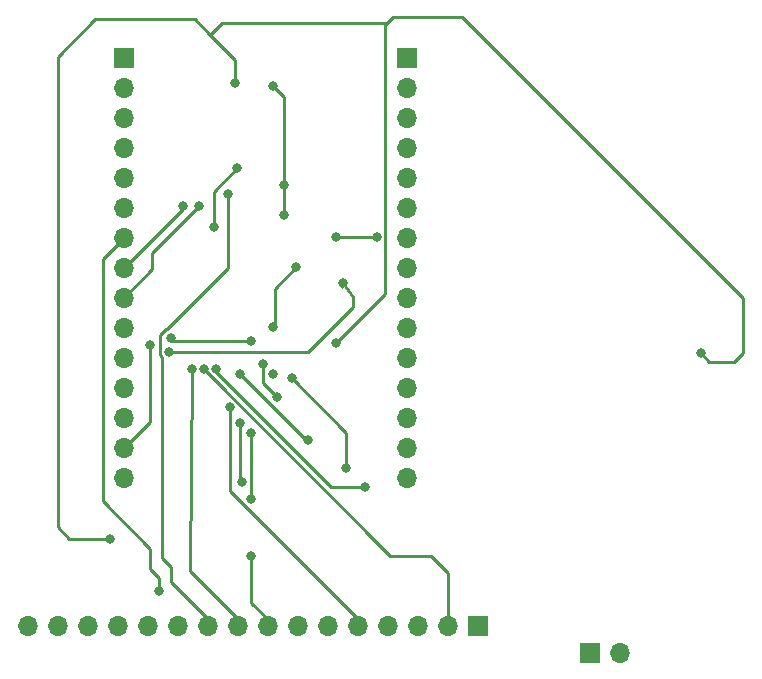
<source format=gbr>
%TF.GenerationSoftware,KiCad,Pcbnew,8.0.0-8.0.0-1~ubuntu22.04.1*%
%TF.CreationDate,2024-03-19T22:30:40+08:00*%
%TF.ProjectId,ble_midi_hardware,626c655f-6d69-4646-995f-686172647761,rev?*%
%TF.SameCoordinates,Original*%
%TF.FileFunction,Copper,L2,Bot*%
%TF.FilePolarity,Positive*%
%FSLAX46Y46*%
G04 Gerber Fmt 4.6, Leading zero omitted, Abs format (unit mm)*
G04 Created by KiCad (PCBNEW 8.0.0-8.0.0-1~ubuntu22.04.1) date 2024-03-19 22:30:40*
%MOMM*%
%LPD*%
G01*
G04 APERTURE LIST*
%TA.AperFunction,ComponentPad*%
%ADD10R,1.700000X1.700000*%
%TD*%
%TA.AperFunction,ComponentPad*%
%ADD11O,1.700000X1.700000*%
%TD*%
%TA.AperFunction,ViaPad*%
%ADD12C,0.800000*%
%TD*%
%TA.AperFunction,Conductor*%
%ADD13C,0.250000*%
%TD*%
G04 APERTURE END LIST*
D10*
%TO.P,J2,1,Pin_1*%
%TO.N,unconnected-(J2-Pin_1-Pad1)*%
X107200000Y-62240000D03*
D11*
%TO.P,J2,2,Pin_2*%
%TO.N,unconnected-(J2-Pin_2-Pad2)*%
X107200000Y-64780000D03*
%TO.P,J2,3,Pin_3*%
%TO.N,unconnected-(J2-Pin_3-Pad3)*%
X107200000Y-67320000D03*
%TO.P,J2,4,Pin_4*%
%TO.N,unconnected-(J2-Pin_4-Pad4)*%
X107200000Y-69860000D03*
%TO.P,J2,5,Pin_5*%
%TO.N,/IN3*%
X107200000Y-72400000D03*
%TO.P,J2,6,Pin_6*%
%TO.N,/IN2*%
X107200000Y-74940000D03*
%TO.P,J2,7,Pin_7*%
%TO.N,/IN1*%
X107200000Y-77480000D03*
%TO.P,J2,8,Pin_8*%
%TO.N,/RCK2*%
X107200000Y-80020000D03*
%TO.P,J2,9,Pin_9*%
%TO.N,/SDA2*%
X107200000Y-82560000D03*
%TO.P,J2,10,Pin_10*%
%TO.N,/SCK2*%
X107200000Y-85100000D03*
%TO.P,J2,11,Pin_11*%
%TO.N,/RCK1*%
X107200000Y-87640000D03*
%TO.P,J2,12,Pin_12*%
%TO.N,/SDA1*%
X107200000Y-90180000D03*
%TO.P,J2,13,Pin_13*%
%TO.N,/SCK1*%
X107200000Y-92720000D03*
%TO.P,J2,14,Pin_14*%
%TO.N,/GND*%
X107200000Y-95260000D03*
%TO.P,J2,15,Pin_15*%
%TO.N,/5V*%
X107200000Y-97800000D03*
%TD*%
D10*
%TO.P,J3,1,Pin_1*%
%TO.N,unconnected-(J3-Pin_1-Pad1)*%
X131200000Y-62240000D03*
D11*
%TO.P,J3,2,Pin_2*%
%TO.N,unconnected-(J3-Pin_2-Pad2)*%
X131200000Y-64780000D03*
%TO.P,J3,3,Pin_3*%
%TO.N,unconnected-(J3-Pin_3-Pad3)*%
X131200000Y-67320000D03*
%TO.P,J3,4,Pin_4*%
%TO.N,unconnected-(J3-Pin_4-Pad4)*%
X131200000Y-69860000D03*
%TO.P,J3,5,Pin_5*%
%TO.N,unconnected-(J3-Pin_5-Pad5)*%
X131200000Y-72400000D03*
%TO.P,J3,6,Pin_6*%
%TO.N,unconnected-(J3-Pin_6-Pad6)*%
X131200000Y-74940000D03*
%TO.P,J3,7,Pin_7*%
%TO.N,unconnected-(J3-Pin_7-Pad7)*%
X131200000Y-77480000D03*
%TO.P,J3,8,Pin_8*%
%TO.N,unconnected-(J3-Pin_8-Pad8)*%
X131200000Y-80020000D03*
%TO.P,J3,9,Pin_9*%
%TO.N,unconnected-(J3-Pin_9-Pad9)*%
X131200000Y-82560000D03*
%TO.P,J3,10,Pin_10*%
%TO.N,unconnected-(J3-Pin_10-Pad10)*%
X131200000Y-85100000D03*
%TO.P,J3,11,Pin_11*%
%TO.N,unconnected-(J3-Pin_11-Pad11)*%
X131200000Y-87640000D03*
%TO.P,J3,12,Pin_12*%
%TO.N,unconnected-(J3-Pin_12-Pad12)*%
X131200000Y-90180000D03*
%TO.P,J3,13,Pin_13*%
%TO.N,unconnected-(J3-Pin_13-Pad13)*%
X131200000Y-92720000D03*
%TO.P,J3,14,Pin_14*%
%TO.N,/IN5*%
X131200000Y-95260000D03*
%TO.P,J3,15,Pin_15*%
%TO.N,/IN4*%
X131200000Y-97800000D03*
%TD*%
D10*
%TO.P,J1,1,Pin_1*%
%TO.N,/GND*%
X146710400Y-112623600D03*
D11*
%TO.P,J1,2,Pin_2*%
%TO.N,/\u96FB\u6E90/VIN*%
X149250400Y-112623600D03*
%TD*%
D10*
%TO.P,J4,1,Pin_1*%
%TO.N,/OUT1*%
X137205000Y-110350000D03*
D11*
%TO.P,J4,2,Pin_2*%
%TO.N,/OUT2*%
X134665000Y-110350000D03*
%TO.P,J4,3,Pin_3*%
%TO.N,/OUT3*%
X132125000Y-110350000D03*
%TO.P,J4,4,Pin_4*%
%TO.N,/OUT4*%
X129585000Y-110350000D03*
%TO.P,J4,5,Pin_5*%
%TO.N,/OUT5*%
X127045000Y-110350000D03*
%TO.P,J4,6,Pin_6*%
%TO.N,/OUT6*%
X124505000Y-110350000D03*
%TO.P,J4,7,Pin_7*%
%TO.N,/OUT7*%
X121965000Y-110350000D03*
%TO.P,J4,8,Pin_8*%
%TO.N,/OUT8*%
X119425000Y-110350000D03*
%TO.P,J4,9,Pin_9*%
%TO.N,/OUT9*%
X116885000Y-110350000D03*
%TO.P,J4,10,Pin_10*%
%TO.N,/OUT10*%
X114345000Y-110350000D03*
%TO.P,J4,11,Pin_11*%
%TO.N,/IN1*%
X111805000Y-110350000D03*
%TO.P,J4,12,Pin_12*%
%TO.N,/IN2*%
X109265000Y-110350000D03*
%TO.P,J4,13,Pin_13*%
%TO.N,/IN3*%
X106725000Y-110350000D03*
%TO.P,J4,14,Pin_14*%
%TO.N,/IN4*%
X104185000Y-110350000D03*
%TO.P,J4,15,Pin_15*%
%TO.N,/IN5*%
X101645000Y-110350000D03*
%TO.P,J4,16,Pin_16*%
%TO.N,unconnected-(J4-Pin_16-Pad16)*%
X99105000Y-110350000D03*
%TD*%
D12*
%TO.N,/IN1*%
X110200000Y-107400000D03*
%TO.N,/RCK2*%
X112200000Y-74800000D03*
%TO.N,/SDA2*%
X113600000Y-74800000D03*
%TO.N,/RCK1*%
X111000000Y-87132800D03*
X125780200Y-81332800D03*
%TO.N,/GND*%
X121800000Y-80000000D03*
X111200000Y-86000000D03*
X119800000Y-85000000D03*
X118000000Y-86200000D03*
X109400000Y-86600000D03*
%TO.N,/5V*%
X120800000Y-73000000D03*
X116600000Y-64400000D03*
X125200000Y-86400000D03*
X119800000Y-64600000D03*
X106000000Y-103000000D03*
X156060000Y-87260000D03*
X120800000Y-75600000D03*
%TO.N,/OUT1*%
X128600000Y-77400000D03*
X128600000Y-77400000D03*
X125200000Y-77400000D03*
%TO.N,/OUT2*%
X114000000Y-88600000D03*
%TO.N,/OUT3*%
X115000000Y-88600000D03*
X127600000Y-98600000D03*
%TO.N,/OUT4*%
X121400000Y-89400000D03*
X126000000Y-97000000D03*
%TO.N,/OUT5*%
X116175048Y-91824951D03*
%TO.N,/OUT6*%
X122800000Y-94600000D03*
X117000000Y-89000000D03*
%TO.N,/OUT7*%
X117000000Y-93200000D03*
X119800000Y-89000000D03*
X117200000Y-98200000D03*
%TO.N,/OUT8*%
X120200000Y-91000000D03*
X118000000Y-99600000D03*
X118000000Y-94000000D03*
X119000000Y-88200000D03*
X118000000Y-104400000D03*
%TO.N,/OUT9*%
X116800000Y-71600000D03*
X113000000Y-88600000D03*
X114800000Y-76600000D03*
%TO.N,/OUT10*%
X116000000Y-73800000D03*
%TD*%
D13*
%TO.N,/5V*%
X130000000Y-58800000D02*
X129500000Y-59300000D01*
X159613600Y-87274400D02*
X159613600Y-82613600D01*
X158902400Y-87985600D02*
X159613600Y-87274400D01*
X156785600Y-87985600D02*
X158902400Y-87985600D01*
X135800000Y-58800000D02*
X130000000Y-58800000D01*
X159613600Y-82613600D02*
X135800000Y-58800000D01*
X156060000Y-87260000D02*
X156785600Y-87985600D01*
%TO.N,/IN1*%
X109400000Y-105496396D02*
X109400000Y-103800000D01*
X105400000Y-99800000D02*
X105400000Y-79280000D01*
X110200000Y-107400000D02*
X110200000Y-106296396D01*
X105400000Y-79280000D02*
X107200000Y-77480000D01*
X109400000Y-103800000D02*
X105400000Y-99800000D01*
X110200000Y-106296396D02*
X109400000Y-105496396D01*
%TO.N,/RCK2*%
X112200000Y-74800000D02*
X112200000Y-75020000D01*
X112200000Y-75020000D02*
X107200000Y-80020000D01*
%TO.N,/SDA2*%
X109600000Y-78800000D02*
X109600000Y-80160000D01*
X109600000Y-80160000D02*
X107200000Y-82560000D01*
X113600000Y-74800000D02*
X109600000Y-78800000D01*
%TO.N,/RCK1*%
X126580200Y-82532800D02*
X125780200Y-81332800D01*
X122780200Y-87132800D02*
X126580200Y-83332800D01*
X125780200Y-81332800D02*
X125669431Y-81622032D01*
X126580200Y-83332800D02*
X126580200Y-82532800D01*
X111000000Y-87132800D02*
X122780200Y-87132800D01*
%TO.N,/GND*%
X119800000Y-85200000D02*
X119800000Y-85200000D01*
X120000000Y-81800000D02*
X120000000Y-83400000D01*
X119800000Y-85000000D02*
X119800000Y-85200000D01*
X118000000Y-86200000D02*
X111200000Y-86200000D01*
X121800000Y-80000000D02*
X120000000Y-81800000D01*
X120000000Y-85000000D02*
X119800000Y-85000000D01*
X109400000Y-93060000D02*
X107200000Y-95260000D01*
X111000000Y-86000000D02*
X111000000Y-86000000D01*
X120000000Y-85000000D02*
X120000000Y-85000000D01*
X111200000Y-86000000D02*
X111000000Y-86000000D01*
X111200000Y-86200000D02*
X111200000Y-86200000D01*
X120000000Y-83400000D02*
X120000000Y-85000000D01*
X111200000Y-86200000D02*
X111200000Y-86000000D01*
X109400000Y-86600000D02*
X109400000Y-93060000D01*
%TO.N,/5V*%
X113200000Y-59000000D02*
X114512500Y-60312500D01*
X129325000Y-82275000D02*
X129325000Y-59475000D01*
X129325000Y-59475000D02*
X129500000Y-59300000D01*
X101600000Y-102000000D02*
X101600000Y-62200000D01*
X116600000Y-62400000D02*
X116600000Y-64400000D01*
X120800000Y-65600000D02*
X119800000Y-64600000D01*
X101600000Y-62200000D02*
X104800000Y-59000000D01*
X129500000Y-59300000D02*
X115525000Y-59300000D01*
X115525000Y-59300000D02*
X114512500Y-60312500D01*
X120800000Y-74000000D02*
X120800000Y-75600000D01*
X104800000Y-59000000D02*
X113200000Y-59000000D01*
X120800000Y-73000000D02*
X120800000Y-74000000D01*
X114512500Y-60312500D02*
X115800000Y-61600000D01*
X102600000Y-103000000D02*
X101600000Y-102000000D01*
X115800000Y-61600000D02*
X116600000Y-62400000D01*
X120800000Y-73000000D02*
X120800000Y-65600000D01*
X106000000Y-103000000D02*
X102600000Y-103000000D01*
X125200000Y-86400000D02*
X129325000Y-82275000D01*
%TO.N,/OUT1*%
X128600000Y-77400000D02*
X125200000Y-77400000D01*
%TO.N,/OUT2*%
X129774695Y-104400000D02*
X133200000Y-104400000D01*
X114000000Y-88625305D02*
X129774695Y-104400000D01*
X134660000Y-105860000D02*
X134660000Y-109800000D01*
X133200000Y-104400000D02*
X134660000Y-105860000D01*
X114000000Y-88600000D02*
X114000000Y-88625305D01*
%TO.N,/OUT3*%
X115000000Y-88600000D02*
X115000000Y-88825305D01*
X115000000Y-88825305D02*
X124774695Y-98600000D01*
X124774695Y-98600000D02*
X127600000Y-98600000D01*
%TO.N,/OUT4*%
X126000000Y-94000000D02*
X126000000Y-97000000D01*
X121400000Y-89400000D02*
X126000000Y-94000000D01*
%TO.N,/OUT5*%
X116175048Y-98935048D02*
X127040000Y-109800000D01*
X116175048Y-91824951D02*
X116175048Y-98935048D01*
%TO.N,/OUT6*%
X122800000Y-94800000D02*
X122800000Y-94800000D01*
X122600000Y-94600000D02*
X122800000Y-94600000D01*
X117000000Y-89000000D02*
X122600000Y-94600000D01*
X122800000Y-94600000D02*
X122800000Y-94800000D01*
%TO.N,/OUT7*%
X117200000Y-98200000D02*
X117200000Y-98400000D01*
X117000000Y-93200000D02*
X117000000Y-98200000D01*
X117000000Y-98200000D02*
X117000000Y-98200000D01*
X117000000Y-98200000D02*
X117200000Y-98200000D01*
X117200000Y-98400000D02*
X117200000Y-98400000D01*
%TO.N,/OUT8*%
X118000000Y-108380000D02*
X119420000Y-109800000D01*
X119000000Y-89800000D02*
X120200000Y-91000000D01*
X119000000Y-88200000D02*
X119000000Y-89800000D01*
X118000000Y-99600000D02*
X118000000Y-99800000D01*
X118000000Y-104400000D02*
X118000000Y-108380000D01*
X118000000Y-94000000D02*
X118000000Y-99600000D01*
%TO.N,/OUT9*%
X114800000Y-73600000D02*
X116800000Y-71600000D01*
X114800000Y-76600000D02*
X114800000Y-73600000D01*
X116880000Y-109800000D02*
X112800000Y-105720000D01*
X112800000Y-105720000D02*
X113000000Y-88600000D01*
X116800000Y-71600000D02*
X116700000Y-71700000D01*
X113000000Y-88600000D02*
X112800000Y-88600000D01*
%TO.N,/OUT10*%
X116000000Y-80087695D02*
X110887695Y-85200000D01*
X110400000Y-104600000D02*
X111200000Y-105400000D01*
X110887695Y-85200000D02*
X110800000Y-85200000D01*
X110275000Y-85725000D02*
X110275000Y-87433105D01*
X111200000Y-106660000D02*
X114340000Y-109800000D01*
X111200000Y-105400000D02*
X111200000Y-106660000D01*
X116000000Y-73800000D02*
X116000000Y-80087695D01*
X110275000Y-87433105D02*
X110400000Y-87558105D01*
X110800000Y-85200000D02*
X110275000Y-85725000D01*
X110400000Y-87558105D02*
X110400000Y-104600000D01*
%TD*%
M02*

</source>
